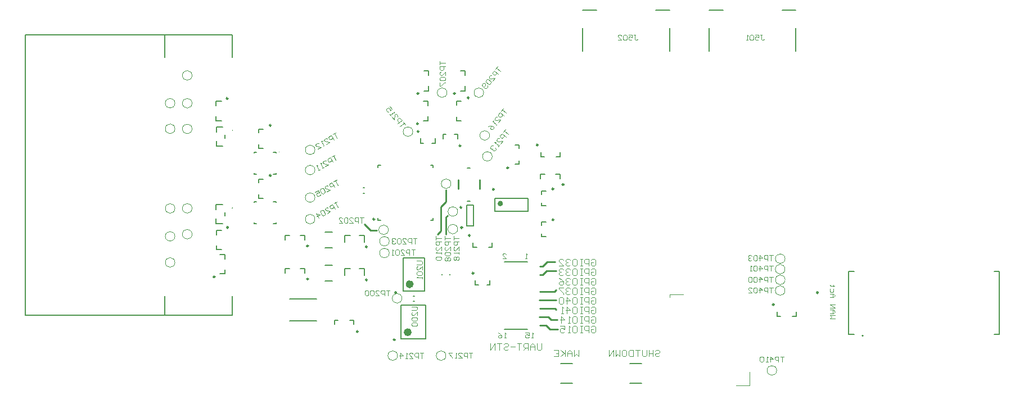
<source format=gbo>
G04*
G04 #@! TF.GenerationSoftware,Altium Limited,Altium NEXUS,2.0.15 (191)*
G04*
G04 Layer_Color=32896*
%FSLAX25Y25*%
%MOIN*%
G70*
G01*
G75*
%ADD60C,0.01000*%
%ADD62C,0.00787*%
%ADD64C,0.00984*%
%ADD100C,0.00850*%
%ADD134C,0.00315*%
%ADD136C,0.00394*%
%ADD229C,0.02362*%
%ADD230C,0.01575*%
G36*
X410505Y26154D02*
D01*
D02*
G37*
D60*
X235266Y48823D02*
X235854Y48236D01*
X226100Y48823D02*
X235266D01*
X235700Y36436D02*
X236700D01*
X232800Y42136D02*
X236500D01*
X232200Y36436D02*
X235700D01*
X230600Y76536D02*
X235300D01*
X229812Y38823D02*
X232200Y36436D01*
X226200Y38823D02*
X229812D01*
X231112Y43823D02*
X232800Y42136D01*
X225800Y43823D02*
X231112D01*
X225800Y53836D02*
X235800D01*
X234888Y58823D02*
X235800Y59736D01*
X226100Y58823D02*
X234888D01*
X230100Y71136D02*
X235700D01*
X227900Y68936D02*
X230100Y71136D01*
X226000Y68936D02*
X227900D01*
X227700Y73636D02*
X230600Y76536D01*
X226000Y73636D02*
X227700D01*
X190411Y119713D02*
Y125012D01*
X177813Y119713D02*
Y125012D01*
D62*
X44047Y154576D02*
G03*
X44047Y154576I-79J0D01*
G01*
X417899Y32654D02*
G03*
X417899Y32654I-394J0D01*
G01*
X43885Y108463D02*
G03*
X43885Y108463I-79J0D01*
G01*
X211424Y134447D02*
X213983D01*
Y136613D01*
X211424Y145865D02*
X213983D01*
Y143699D02*
Y145865D01*
X205307Y36323D02*
X218693D01*
X205307Y76323D02*
X218693D01*
X195803Y85293D02*
X197968D01*
Y87852D01*
X186551Y85293D02*
X188717D01*
X186551D02*
Y87852D01*
X143909Y50875D02*
X158634D01*
Y30796D02*
Y50875D01*
X143909Y30796D02*
Y50875D01*
Y30796D02*
X158634D01*
X226512Y128527D02*
X229264D01*
X226512Y125771D02*
Y128527D01*
X235571D02*
X238323D01*
Y125771D02*
Y128527D01*
X75094Y72539D02*
X77846D01*
X75094Y69784D02*
Y72539D01*
X84154D02*
X86906D01*
Y69784D02*
Y72539D01*
X75094Y92154D02*
X77846D01*
X75094Y89398D02*
Y92154D01*
X84154D02*
X86905D01*
Y89398D02*
Y92154D01*
X375960Y44260D02*
X378125D01*
Y46819D01*
X366708Y44260D02*
X368873D01*
X366708D02*
Y46819D01*
X59480Y143875D02*
Y146040D01*
Y143875D02*
X62039D01*
X59480Y153127D02*
Y155292D01*
X62039D01*
X235961Y138935D02*
X238126D01*
Y141493D01*
X226709Y138935D02*
X228874D01*
X226709D02*
Y141493D01*
X59480Y114146D02*
Y116311D01*
Y114146D02*
X62040D01*
X59480Y123397D02*
Y125563D01*
X62040D01*
X176815Y160230D02*
Y162395D01*
Y160230D02*
X179374D01*
X176815Y169482D02*
Y171647D01*
X179374D01*
X104380Y41957D02*
X106545D01*
X104380Y39398D02*
Y41957D01*
X113632D02*
X115797D01*
Y39398D02*
Y41957D01*
X162268Y146906D02*
X164040D01*
Y149662D01*
X155379Y146906D02*
X157150D01*
X155379D02*
Y149662D01*
X168732Y152268D02*
X170503D01*
X168732Y149512D02*
Y152268D01*
X175622D02*
X177393D01*
Y149512D02*
Y152268D01*
X194819Y62874D02*
X196591D01*
Y65630D01*
X187929Y62874D02*
X189701D01*
X187929D02*
Y65630D01*
X227082Y91403D02*
Y93175D01*
Y91403D02*
X229838D01*
X227082Y98293D02*
Y100065D01*
X229838D01*
X227007Y109686D02*
Y111458D01*
Y109686D02*
X229762D01*
X227007Y116576D02*
Y118348D01*
X229762D01*
X98835Y74508D02*
X103165D01*
X98835Y65059D02*
X103165D01*
X98835Y94123D02*
X103165D01*
X98835Y84674D02*
X103165D01*
X122310Y68602D02*
Y72539D01*
X119062D02*
X122310D01*
X110499Y68602D02*
Y72539D01*
X113747D01*
X122310Y88217D02*
Y92154D01*
X119062D02*
X122310D01*
X110499Y88217D02*
Y92154D01*
X113747D01*
X181756Y186989D02*
Y189741D01*
X179000D02*
X181756D01*
Y177930D02*
Y180682D01*
X179000Y177930D02*
X181756D01*
X43848Y44757D02*
Y56072D01*
X3848Y44757D02*
X43848D01*
X3848D02*
Y56072D01*
X43848Y197804D02*
Y211257D01*
X3848D02*
X43848D01*
X3848Y197804D02*
Y211257D01*
X-78987Y44757D02*
X43848D01*
X-78987Y211257D02*
X43848D01*
X-78987Y44757D02*
Y211257D01*
X34441Y145127D02*
Y148080D01*
X39559Y149851D02*
Y151820D01*
X34441Y145127D02*
X38197D01*
X34441Y156544D02*
X38197D01*
X34441Y153592D02*
Y156544D01*
X409314Y33389D02*
X412505D01*
X409314D02*
Y70641D01*
X412505D01*
X495505Y33389D02*
X498534D01*
Y70654D01*
X495505D02*
X498521D01*
X56764Y128613D02*
X58299D01*
X68221D02*
X69756D01*
X56764Y141606D02*
X58299D01*
X68221D02*
X69756D01*
X56764Y128613D02*
Y129106D01*
Y141113D02*
Y141606D01*
X69756Y128613D02*
Y129106D01*
Y141113D02*
Y141606D01*
X145079Y78937D02*
X157677D01*
X145079Y59252D02*
X157677D01*
Y78937D01*
X145079Y59252D02*
Y78937D01*
X199564Y114204D02*
X219249D01*
X199564Y106330D02*
X219249D01*
X199564D02*
Y114204D01*
X219249Y106330D02*
Y114204D01*
X77921Y54311D02*
X93669D01*
X77921Y41516D02*
X93669D01*
X168110Y68898D02*
Y69291D01*
X172835Y68898D02*
Y69291D01*
X130315Y101181D02*
Y102559D01*
Y101181D02*
X131693D01*
X161614D02*
X162992D01*
Y102559D01*
Y132480D02*
Y133858D01*
X161614D02*
X162992D01*
X130315Y132480D02*
Y133858D01*
X131693D01*
X34294Y160190D02*
Y162789D01*
Y160190D02*
X37503D01*
X34294Y169088D02*
Y171686D01*
X37503D01*
X34279Y107479D02*
Y110432D01*
X38035D01*
X34279Y99014D02*
X38035D01*
X39397Y103739D02*
Y105707D01*
X34279Y99014D02*
Y101967D01*
X157331Y177930D02*
X160087D01*
Y180682D01*
X157331Y189741D02*
X160087D01*
Y186989D02*
Y189741D01*
X279457Y16086D02*
X286543D01*
X279457Y4472D02*
X286543D01*
X251467Y225891D02*
X259735D01*
X294774D02*
X303042D01*
X251467Y201481D02*
Y215261D01*
X303042Y201481D02*
Y215261D01*
X151303Y56208D02*
X151697D01*
X151303Y53058D02*
X151697D01*
X121654Y120374D02*
X122047D01*
X121654Y117224D02*
X122047D01*
X39559Y78214D02*
Y80812D01*
X36351D02*
X39559D01*
Y69316D02*
Y71915D01*
X36351Y69316D02*
X39559D01*
X34436Y83660D02*
Y86259D01*
Y83660D02*
X37645D01*
X34436Y92558D02*
Y95156D01*
X37645D01*
X157142Y160033D02*
X159898D01*
Y162785D01*
X157142Y171844D02*
X159898D01*
Y169092D02*
Y171844D01*
X238512Y4472D02*
X245598D01*
X238512Y16086D02*
X245598D01*
X182874Y97770D02*
X186811D01*
X182874Y109975D02*
X186811D01*
X182874Y97770D02*
Y109975D01*
X186811Y97770D02*
Y109975D01*
X56725Y99185D02*
X58260D01*
X68181D02*
X69717D01*
X56725Y112177D02*
X58260D01*
X68181D02*
X69717D01*
X56725Y99185D02*
Y99677D01*
Y111685D02*
Y112177D01*
X69717Y99185D02*
Y99677D01*
Y111685D02*
Y112177D01*
X183325Y132205D02*
X184899D01*
X183325Y112520D02*
X184899D01*
X326413Y225890D02*
X334680D01*
X369720D02*
X377987D01*
X326413Y201480D02*
Y215260D01*
X377987Y201480D02*
Y215260D01*
D64*
X207585Y132282D02*
G03*
X207585Y132282I-492J0D01*
G01*
X184878Y92183D02*
G03*
X184878Y92183I-492J0D01*
G01*
X140346Y30284D02*
G03*
X140346Y30284I-492J0D01*
G01*
X240394Y122287D02*
G03*
X240394Y122287I-492J0D01*
G01*
X88976Y66299D02*
G03*
X88976Y66299I-492J0D01*
G01*
X88976Y85914D02*
G03*
X88976Y85914I-492J0D01*
G01*
X365035Y51150D02*
G03*
X365035Y51150I-492J0D01*
G01*
X66862Y157457D02*
G03*
X66862Y157457I-492J0D01*
G01*
X225036Y145824D02*
G03*
X225036Y145824I-492J0D01*
G01*
X66862Y127728D02*
G03*
X66862Y127728I-492J0D01*
G01*
X184197Y173813D02*
G03*
X184197Y173813I-492J0D01*
G01*
X118455Y35067D02*
G03*
X118455Y35067I-492J0D01*
G01*
X154493Y153796D02*
G03*
X154493Y153796I-492J0D01*
G01*
X179263Y145378D02*
G03*
X179263Y145378I-492J0D01*
G01*
X187043Y69764D02*
G03*
X187043Y69764I-492J0D01*
G01*
X234464Y101443D02*
G03*
X234464Y101443I-492J0D01*
G01*
X234388Y119726D02*
G03*
X234388Y119726I-492J0D01*
G01*
X123885Y65787D02*
G03*
X123885Y65787I-492J0D01*
G01*
X123885Y85402D02*
G03*
X123885Y85402I-492J0D01*
G01*
X176008Y176351D02*
G03*
X176008Y176351I-492J0D01*
G01*
X141142Y58248D02*
G03*
X141142Y58248I-492J0D01*
G01*
X199052Y119519D02*
G03*
X199052Y119519I-492J0D01*
G01*
X128248Y101772D02*
G03*
X128248Y101772I-492J0D01*
G01*
X41282Y173419D02*
G03*
X41282Y173419I-492J0D01*
G01*
X391126Y58245D02*
G03*
X391126Y58245I-492J0D01*
G01*
X154339Y176351D02*
G03*
X154339Y176351I-492J0D01*
G01*
X33555Y67584D02*
G03*
X33555Y67584I-492J0D01*
G01*
X41424Y96889D02*
G03*
X41424Y96889I-492J0D01*
G01*
X154150Y158454D02*
G03*
X154150Y158454I-492J0D01*
G01*
X180315Y96884D02*
G03*
X180315Y96884I-492J0D01*
G01*
X179880Y108780D02*
G03*
X179880Y108780I-492J0D01*
G01*
D100*
X125800Y95236D02*
X129600D01*
X122300Y98736D02*
X125800Y95236D01*
X165500Y92936D02*
X167396Y94832D01*
Y109232D01*
X170400Y112235D01*
Y119035D01*
X170600Y103035D02*
X171500Y103936D01*
X170600Y92836D02*
Y103035D01*
D134*
X20005Y187036D02*
G03*
X20005Y187036I-2854J0D01*
G01*
Y170578D02*
G03*
X20005Y170578I-2854J0D01*
G01*
Y155335D02*
G03*
X20005Y155335I-2854J0D01*
G01*
Y108207D02*
G03*
X20005Y108207I-2854J0D01*
G01*
Y92836D02*
G03*
X20005Y92836I-2854J0D01*
G01*
X9854Y170578D02*
G03*
X9854Y170578I-2854J0D01*
G01*
Y108170D02*
G03*
X9854Y108170I-2854J0D01*
G01*
Y91607D02*
G03*
X9854Y91607I-2854J0D01*
G01*
Y76090D02*
G03*
X9854Y76090I-2854J0D01*
G01*
X144390Y54817D02*
G03*
X144390Y54817I-2854J0D01*
G01*
X136894Y81689D02*
G03*
X136894Y81689I-2854J0D01*
G01*
X136383Y95472D02*
G03*
X136383Y95472I-2854J0D01*
G01*
X136894Y88687D02*
G03*
X136894Y88687I-2854J0D01*
G01*
X92854Y101823D02*
G03*
X92854Y101823I-2854J0D01*
G01*
Y114595D02*
G03*
X92854Y114595I-2854J0D01*
G01*
X171081Y176836D02*
G03*
X171081Y176836I-2854J0D01*
G01*
X177421Y106323D02*
G03*
X177421Y106323I-2854J0D01*
G01*
X192854Y176836D02*
G03*
X192854Y176836I-2854J0D01*
G01*
X173454Y122823D02*
G03*
X173454Y122823I-2854J0D01*
G01*
X92854Y130950D02*
G03*
X92854Y130950I-2854J0D01*
G01*
X92854Y142873D02*
G03*
X92854Y142873I-2854J0D01*
G01*
X197920Y139012D02*
G03*
X197920Y139012I-2854J0D01*
G01*
X141817Y20836D02*
G03*
X141817Y20836I-2854J0D01*
G01*
X150855Y153687D02*
G03*
X150855Y153687I-2854J0D01*
G01*
X196349Y151458D02*
G03*
X196349Y151458I-2854J0D01*
G01*
X170491Y20836D02*
G03*
X170491Y20836I-2854J0D01*
G01*
X177416Y95898D02*
G03*
X177416Y95898I-2854J0D01*
G01*
X371531Y65818D02*
G03*
X371531Y65818I-2854J0D01*
G01*
X371458Y72088D02*
G03*
X371458Y72088I-2854J0D01*
G01*
X371454Y59436D02*
G03*
X371454Y59436I-2854J0D01*
G01*
X371531Y78309D02*
G03*
X371531Y78309I-2854J0D01*
G01*
X366558Y12037D02*
G03*
X366558Y12037I-2854J0D01*
G01*
X9854Y155402D02*
G03*
X9854Y155402I-2854J0D01*
G01*
D136*
X71528Y141606D02*
G03*
X71528Y141606I-197J0D01*
G01*
X71488Y112177D02*
G03*
X71488Y112177I-197J0D01*
G01*
X350521Y3247D02*
Y11121D01*
X342647Y3247D02*
X350521D01*
X303277Y55412D02*
Y57184D01*
X311151D01*
X256582Y77469D02*
X257239Y78125D01*
X258550D01*
X259206Y77469D01*
Y74845D01*
X258550Y74189D01*
X257239D01*
X256582Y74845D01*
Y76157D01*
X257894D01*
X255271Y74189D02*
Y78125D01*
X253303D01*
X252647Y77469D01*
Y76157D01*
X253303Y75501D01*
X255271D01*
X251335Y78125D02*
X250023D01*
X250679D01*
Y74189D01*
X251335D01*
X250023D01*
X246087Y78125D02*
X247399D01*
X248055Y77469D01*
Y74845D01*
X247399Y74189D01*
X246087D01*
X245431Y74845D01*
Y77469D01*
X246087Y78125D01*
X244119Y77469D02*
X243463Y78125D01*
X242151D01*
X241495Y77469D01*
Y76813D01*
X242151Y76157D01*
X242807D01*
X242151D01*
X241495Y75501D01*
Y74845D01*
X242151Y74189D01*
X243463D01*
X244119Y74845D01*
X237560Y74189D02*
X240184D01*
X237560Y76813D01*
Y77469D01*
X238216Y78125D01*
X239528D01*
X240184Y77469D01*
X256582Y71801D02*
X257239Y72457D01*
X258550D01*
X259206Y71801D01*
Y69178D01*
X258550Y68521D01*
X257239D01*
X256582Y69178D01*
Y70489D01*
X257894D01*
X255271Y68521D02*
Y72457D01*
X253303D01*
X252647Y71801D01*
Y70489D01*
X253303Y69833D01*
X255271D01*
X251335Y72457D02*
X250023D01*
X250679D01*
Y68521D01*
X251335D01*
X250023D01*
X246087Y72457D02*
X247399D01*
X248055Y71801D01*
Y69178D01*
X247399Y68521D01*
X246087D01*
X245431Y69178D01*
Y71801D01*
X246087Y72457D01*
X244119Y71801D02*
X243463Y72457D01*
X242151D01*
X241495Y71801D01*
Y71145D01*
X242151Y70489D01*
X242807D01*
X242151D01*
X241495Y69833D01*
Y69178D01*
X242151Y68521D01*
X243463D01*
X244119Y69178D01*
X240184Y71801D02*
X239528Y72457D01*
X238216D01*
X237560Y71801D01*
Y71145D01*
X238216Y70489D01*
X238872D01*
X238216D01*
X237560Y69833D01*
Y69178D01*
X238216Y68521D01*
X239528D01*
X240184Y69178D01*
X256582Y66133D02*
X257239Y66790D01*
X258550D01*
X259206Y66133D01*
Y63510D01*
X258550Y62854D01*
X257239D01*
X256582Y63510D01*
Y64822D01*
X257894D01*
X255271Y62854D02*
Y66790D01*
X253303D01*
X252647Y66133D01*
Y64822D01*
X253303Y64166D01*
X255271D01*
X251335Y66790D02*
X250023D01*
X250679D01*
Y62854D01*
X251335D01*
X250023D01*
X246087Y66790D02*
X247399D01*
X248055Y66133D01*
Y63510D01*
X247399Y62854D01*
X246087D01*
X245431Y63510D01*
Y66133D01*
X246087Y66790D01*
X244119Y66133D02*
X243463Y66790D01*
X242151D01*
X241495Y66133D01*
Y65478D01*
X242151Y64822D01*
X242807D01*
X242151D01*
X241495Y64166D01*
Y63510D01*
X242151Y62854D01*
X243463D01*
X244119Y63510D01*
X237560Y66790D02*
X238872Y66133D01*
X240184Y64822D01*
Y63510D01*
X239528Y62854D01*
X238216D01*
X237560Y63510D01*
Y64166D01*
X238216Y64822D01*
X240184D01*
X256582Y60466D02*
X257239Y61122D01*
X258550D01*
X259206Y60466D01*
Y57842D01*
X258550Y57186D01*
X257239D01*
X256582Y57842D01*
Y59154D01*
X257894D01*
X255271Y57186D02*
Y61122D01*
X253303D01*
X252647Y60466D01*
Y59154D01*
X253303Y58498D01*
X255271D01*
X251335Y61122D02*
X250023D01*
X250679D01*
Y57186D01*
X251335D01*
X250023D01*
X246087Y61122D02*
X247399D01*
X248055Y60466D01*
Y57842D01*
X247399Y57186D01*
X246087D01*
X245431Y57842D01*
Y60466D01*
X246087Y61122D01*
X244119Y60466D02*
X243463Y61122D01*
X242151D01*
X241495Y60466D01*
Y59810D01*
X242151Y59154D01*
X242807D01*
X242151D01*
X241495Y58498D01*
Y57842D01*
X242151Y57186D01*
X243463D01*
X244119Y57842D01*
X240184Y61122D02*
X237560D01*
Y60466D01*
X240184Y57842D01*
Y57186D01*
X256582Y54798D02*
X257239Y55454D01*
X258550D01*
X259206Y54798D01*
Y52174D01*
X258550Y51518D01*
X257239D01*
X256582Y52174D01*
Y53486D01*
X257894D01*
X255271Y51518D02*
Y55454D01*
X253303D01*
X252647Y54798D01*
Y53486D01*
X253303Y52830D01*
X255271D01*
X251335Y55454D02*
X250023D01*
X250679D01*
Y51518D01*
X251335D01*
X250023D01*
X246087Y55454D02*
X247399D01*
X248055Y54798D01*
Y52174D01*
X247399Y51518D01*
X246087D01*
X245431Y52174D01*
Y54798D01*
X246087Y55454D01*
X242151Y51518D02*
Y55454D01*
X244119Y53486D01*
X241495D01*
X240184Y54798D02*
X239528Y55454D01*
X238216D01*
X237560Y54798D01*
Y52174D01*
X238216Y51518D01*
X239528D01*
X240184Y52174D01*
Y54798D01*
X256582Y49130D02*
X257239Y49786D01*
X258550D01*
X259206Y49130D01*
Y46506D01*
X258550Y45850D01*
X257239D01*
X256582Y46506D01*
Y47818D01*
X257894D01*
X255271Y45850D02*
Y49786D01*
X253303D01*
X252647Y49130D01*
Y47818D01*
X253303Y47162D01*
X255271D01*
X251335Y49786D02*
X250023D01*
X250679D01*
Y45850D01*
X251335D01*
X250023D01*
X246087Y49786D02*
X247399D01*
X248055Y49130D01*
Y46506D01*
X247399Y45850D01*
X246087D01*
X245431Y46506D01*
Y49130D01*
X246087Y49786D01*
X242151Y45850D02*
Y49786D01*
X244119Y47818D01*
X241495D01*
X240184Y45850D02*
X238872D01*
X239528D01*
Y49786D01*
X240184Y49130D01*
X256582Y43462D02*
X257239Y44118D01*
X258550D01*
X259206Y43462D01*
Y40839D01*
X258550Y40183D01*
X257239D01*
X256582Y40839D01*
Y42151D01*
X257894D01*
X255271Y40183D02*
Y44118D01*
X253303D01*
X252647Y43462D01*
Y42151D01*
X253303Y41495D01*
X255271D01*
X251335Y44118D02*
X250023D01*
X250679D01*
Y40183D01*
X251335D01*
X250023D01*
X246087Y44118D02*
X247399D01*
X248055Y43462D01*
Y40839D01*
X247399Y40183D01*
X246087D01*
X245431Y40839D01*
Y43462D01*
X246087Y44118D01*
X244119Y40183D02*
X242807D01*
X243463D01*
Y44118D01*
X244119Y43462D01*
X238872Y40183D02*
Y44118D01*
X240840Y42151D01*
X238216D01*
X256582Y37795D02*
X257239Y38451D01*
X258550D01*
X259206Y37795D01*
Y35171D01*
X258550Y34515D01*
X257239D01*
X256582Y35171D01*
Y36483D01*
X257894D01*
X255271Y34515D02*
Y38451D01*
X253303D01*
X252647Y37795D01*
Y36483D01*
X253303Y35827D01*
X255271D01*
X251335Y38451D02*
X250023D01*
X250679D01*
Y34515D01*
X251335D01*
X250023D01*
X246087Y38451D02*
X247399D01*
X248055Y37795D01*
Y35171D01*
X247399Y34515D01*
X246087D01*
X245431Y35171D01*
Y37795D01*
X246087Y38451D01*
X244119Y34515D02*
X242807D01*
X243463D01*
Y38451D01*
X244119Y37795D01*
X238216Y38451D02*
X240840D01*
Y36483D01*
X239528Y37139D01*
X238872D01*
X238216Y36483D01*
Y35171D01*
X238872Y34515D01*
X240184D01*
X240840Y35171D01*
X227106Y28134D02*
Y24855D01*
X226450Y24199D01*
X225138D01*
X224482Y24855D01*
Y28134D01*
X223171Y24199D02*
Y26822D01*
X221859Y28134D01*
X220547Y26822D01*
Y24199D01*
Y26166D01*
X223171D01*
X219235Y24199D02*
Y28134D01*
X217267D01*
X216611Y27478D01*
Y26166D01*
X217267Y25510D01*
X219235D01*
X217923D02*
X216611Y24199D01*
X215299Y28134D02*
X212675D01*
X213987D01*
Y24199D01*
X211363Y26166D02*
X208740D01*
X204804Y27478D02*
X205460Y28134D01*
X206772D01*
X207428Y27478D01*
Y26822D01*
X206772Y26166D01*
X205460D01*
X204804Y25510D01*
Y24855D01*
X205460Y24199D01*
X206772D01*
X207428Y24855D01*
X203492Y28134D02*
X200868D01*
X202180D01*
Y24199D01*
X199556D02*
Y28134D01*
X196932Y24199D01*
Y28134D01*
X401242Y42765D02*
X398094D01*
X399143Y43815D01*
X398094Y44864D01*
X401242D01*
X398094Y45914D02*
X400193D01*
X401242Y46963D01*
X400193Y48013D01*
X398094D01*
X399668D01*
Y45914D01*
X398094Y49062D02*
X401242D01*
X398094Y51161D01*
X401242D01*
X398094Y55359D02*
X400193D01*
X401242Y56409D01*
X400193Y57458D01*
X398094D01*
X399668D01*
Y55359D01*
X400193Y60607D02*
Y59033D01*
X399668Y58508D01*
X398619D01*
X398094Y59033D01*
Y60607D01*
X400718Y62181D02*
X400193D01*
Y61657D01*
Y62706D01*
Y62181D01*
X398619D01*
X398094Y62706D01*
X206095Y31336D02*
X205045D01*
X205570D01*
Y34484D01*
X206095Y33959D01*
X201372Y34484D02*
X202421Y33959D01*
X203471Y32910D01*
Y31860D01*
X202946Y31336D01*
X201896D01*
X201372Y31860D01*
Y32385D01*
X201896Y32910D01*
X203471D01*
X222300Y31336D02*
X221251D01*
X221775D01*
Y34484D01*
X222300Y33959D01*
X217577Y34484D02*
X219676D01*
Y32910D01*
X218627Y33435D01*
X218102D01*
X217577Y32910D01*
Y31860D01*
X218102Y31336D01*
X219151D01*
X219676Y31860D01*
X203995Y78336D02*
X206095D01*
X203995Y80435D01*
Y80959D01*
X204520Y81484D01*
X205570D01*
X206095Y80959D01*
X218627Y78336D02*
X217577D01*
X218102D01*
Y81484D01*
X218627Y80959D01*
X249016Y24263D02*
Y20328D01*
X247704Y21640D01*
X246392Y20328D01*
Y24263D01*
X245080Y20328D02*
Y22951D01*
X243768Y24263D01*
X242456Y22951D01*
Y20328D01*
Y22296D01*
X245080D01*
X241144Y24263D02*
Y20328D01*
Y21640D01*
X238521Y24263D01*
X240488Y22296D01*
X238521Y20328D01*
X234585Y24263D02*
X237209D01*
Y20328D01*
X234585D01*
X237209Y22296D02*
X235897D01*
X294620Y23607D02*
X295276Y24263D01*
X296588D01*
X297244Y23607D01*
Y22951D01*
X296588Y22296D01*
X295276D01*
X294620Y21640D01*
Y20983D01*
X295276Y20328D01*
X296588D01*
X297244Y20983D01*
X293308Y24263D02*
Y20328D01*
Y22296D01*
X290685D01*
Y24263D01*
Y20328D01*
X289373Y24263D02*
Y20983D01*
X288717Y20328D01*
X287405D01*
X286749Y20983D01*
Y24263D01*
X285437D02*
X282813D01*
X284125D01*
Y20328D01*
X281501Y24263D02*
Y20328D01*
X279533D01*
X278877Y20983D01*
Y23607D01*
X279533Y24263D01*
X281501D01*
X275598D02*
X276909D01*
X277565Y23607D01*
Y20983D01*
X276909Y20328D01*
X275598D01*
X274942Y20983D01*
Y23607D01*
X275598Y24263D01*
X273630D02*
Y20328D01*
X272318Y21640D01*
X271006Y20328D01*
Y24263D01*
X269694Y20328D02*
Y24263D01*
X267070Y20328D01*
Y24263D01*
X281901Y211149D02*
X282950D01*
X282426D01*
Y208525D01*
X282950Y208000D01*
X283475D01*
X284000Y208525D01*
X278752Y211149D02*
X280851D01*
Y209574D01*
X279802Y210099D01*
X279277D01*
X278752Y209574D01*
Y208525D01*
X279277Y208000D01*
X280327D01*
X280851Y208525D01*
X277703Y210624D02*
X277178Y211149D01*
X276129D01*
X275604Y210624D01*
Y208525D01*
X276129Y208000D01*
X277178D01*
X277703Y208525D01*
Y210624D01*
X272455Y208000D02*
X274554D01*
X272455Y210099D01*
Y210624D01*
X272980Y211149D01*
X274029D01*
X274554Y210624D01*
X356901Y211149D02*
X357950D01*
X357426D01*
Y208525D01*
X357950Y208000D01*
X358475D01*
X359000Y208525D01*
X353752Y211149D02*
X355851D01*
Y209574D01*
X354802Y210099D01*
X354277D01*
X353752Y209574D01*
Y208525D01*
X354277Y208000D01*
X355327D01*
X355851Y208525D01*
X352703Y210624D02*
X352178Y211149D01*
X351129D01*
X350604Y210624D01*
Y208525D01*
X351129Y208000D01*
X352178D01*
X352703Y208525D01*
Y210624D01*
X349554Y208000D02*
X348505D01*
X349029D01*
Y211149D01*
X349554Y210624D01*
X153203Y77000D02*
X155827D01*
X156352Y76475D01*
Y75426D01*
X155827Y74901D01*
X153203D01*
X156352Y71752D02*
Y73851D01*
X154253Y71752D01*
X153728D01*
X153203Y72277D01*
Y73327D01*
X153728Y73851D01*
Y70703D02*
X153203Y70178D01*
Y69129D01*
X153728Y68604D01*
X155827D01*
X156352Y69129D01*
Y70178D01*
X155827Y70703D01*
X153728D01*
X156352Y67554D02*
Y66505D01*
Y67030D01*
X153203D01*
X153728Y67554D01*
X150278Y49919D02*
X152902D01*
X153427Y49394D01*
Y48345D01*
X152902Y47820D01*
X150278D01*
X153427Y44671D02*
Y46770D01*
X151328Y44671D01*
X150803D01*
X150278Y45196D01*
Y46246D01*
X150803Y46770D01*
Y43622D02*
X150278Y43097D01*
Y42048D01*
X150803Y41523D01*
X152902D01*
X153427Y42048D01*
Y43097D01*
X152902Y43622D01*
X150803D01*
Y40473D02*
X150278Y39948D01*
Y38899D01*
X150803Y38374D01*
X152902D01*
X153427Y38899D01*
Y39948D01*
X152902Y40473D01*
X150803D01*
X370800Y20284D02*
X368701D01*
X369750D01*
Y17136D01*
X367651D02*
Y20284D01*
X366077D01*
X365552Y19759D01*
Y18710D01*
X366077Y18185D01*
X367651D01*
X362929Y17136D02*
Y20284D01*
X364503Y18710D01*
X362404D01*
X361354Y17136D02*
X360305D01*
X360829D01*
Y20284D01*
X361354Y19759D01*
X358730D02*
X358206Y20284D01*
X357156D01*
X356631Y19759D01*
Y17660D01*
X357156Y17136D01*
X358206D01*
X358730Y17660D01*
Y19759D01*
X364371Y80348D02*
X362272D01*
X363322D01*
Y77199D01*
X361223D02*
Y80348D01*
X359648D01*
X359123Y79823D01*
Y78774D01*
X359648Y78249D01*
X361223D01*
X356500Y77199D02*
Y80348D01*
X358074Y78774D01*
X355975D01*
X354925Y79823D02*
X354401Y80348D01*
X353351D01*
X352826Y79823D01*
Y77724D01*
X353351Y77199D01*
X354401D01*
X354925Y77724D01*
Y79823D01*
X351777D02*
X351252Y80348D01*
X350202D01*
X349678Y79823D01*
Y79299D01*
X350202Y78774D01*
X350727D01*
X350202D01*
X349678Y78249D01*
Y77724D01*
X350202Y77199D01*
X351252D01*
X351777Y77724D01*
X364371Y61284D02*
X362272D01*
X363322D01*
Y58136D01*
X361223D02*
Y61284D01*
X359648D01*
X359123Y60759D01*
Y59710D01*
X359648Y59185D01*
X361223D01*
X356500Y58136D02*
Y61284D01*
X358074Y59710D01*
X355975D01*
X354925Y60759D02*
X354401Y61284D01*
X353351D01*
X352826Y60759D01*
Y58660D01*
X353351Y58136D01*
X354401D01*
X354925Y58660D01*
Y60759D01*
X349678Y58136D02*
X351777D01*
X349678Y60235D01*
Y60759D01*
X350202Y61284D01*
X351252D01*
X351777Y60759D01*
X364371Y74184D02*
X362272D01*
X363322D01*
Y71036D01*
X361223D02*
Y74184D01*
X359648D01*
X359123Y73659D01*
Y72610D01*
X359648Y72085D01*
X361223D01*
X356500Y71036D02*
Y74184D01*
X358074Y72610D01*
X355975D01*
X354925Y73659D02*
X354401Y74184D01*
X353351D01*
X352826Y73659D01*
Y71560D01*
X353351Y71036D01*
X354401D01*
X354925Y71560D01*
Y73659D01*
X351777Y71036D02*
X350727D01*
X351252D01*
Y74184D01*
X351777Y73659D01*
X364371Y67584D02*
X362272D01*
X363322D01*
Y64436D01*
X361223D02*
Y67584D01*
X359648D01*
X359123Y67059D01*
Y66010D01*
X359648Y65485D01*
X361223D01*
X356500Y64436D02*
Y67584D01*
X358074Y66010D01*
X355975D01*
X354925Y67059D02*
X354401Y67584D01*
X353351D01*
X352826Y67059D01*
Y64960D01*
X353351Y64436D01*
X354401D01*
X354925Y64960D01*
Y67059D01*
X351777D02*
X351252Y67584D01*
X350202D01*
X349678Y67059D01*
Y64960D01*
X350202Y64436D01*
X351252D01*
X351777Y64960D01*
Y67059D01*
X175051Y91660D02*
Y89561D01*
Y90611D01*
X178200D01*
Y88512D02*
X175051D01*
Y86937D01*
X175576Y86413D01*
X176626D01*
X177150Y86937D01*
Y88512D01*
X178200Y83264D02*
Y85363D01*
X176101Y83264D01*
X175576D01*
X175051Y83789D01*
Y84838D01*
X175576Y85363D01*
X178200Y82214D02*
Y81165D01*
Y81690D01*
X175051D01*
X175576Y82214D01*
Y79591D02*
X175051Y79066D01*
Y78016D01*
X175576Y77492D01*
X176101D01*
X176626Y78016D01*
X177150Y77492D01*
X177675D01*
X178200Y78016D01*
Y79066D01*
X177675Y79591D01*
X177150D01*
X176626Y79066D01*
X176101Y79591D01*
X175576D01*
X176626Y79066D02*
Y78016D01*
X186300Y22584D02*
X184201D01*
X185250D01*
Y19436D01*
X183151D02*
Y22584D01*
X181577D01*
X181052Y22060D01*
Y21010D01*
X181577Y20485D01*
X183151D01*
X177904Y19436D02*
X180003D01*
X177904Y21535D01*
Y22060D01*
X178428Y22584D01*
X179478D01*
X180003Y22060D01*
X176854Y19436D02*
X175805D01*
X176330D01*
Y22584D01*
X176854Y22060D01*
X174230Y22584D02*
X172131D01*
Y22060D01*
X174230Y19961D01*
Y19436D01*
X204444Y167545D02*
X203094Y165937D01*
X203769Y166741D01*
X206181Y164718D01*
X204832Y163110D02*
X202420Y165133D01*
X201408Y163927D01*
X201472Y163188D01*
X202276Y162514D01*
X203016Y162578D01*
X204028Y163784D01*
X201459Y159090D02*
X202808Y160698D01*
X199851Y160439D01*
X199449Y160776D01*
X199384Y161515D01*
X200059Y162320D01*
X200798Y162384D01*
X200784Y158286D02*
X200109Y157482D01*
X200447Y157884D01*
X198035Y159907D01*
X198774Y159972D01*
X195336Y156692D02*
X196413Y157158D01*
X197891Y157288D01*
X198695Y156613D01*
X198760Y155874D01*
X198085Y155070D01*
X197346Y155005D01*
X196944Y155342D01*
X196879Y156082D01*
X197891Y157288D01*
X146362Y157959D02*
X145013Y159567D01*
X145688Y158763D01*
X143276Y156739D01*
X141927Y158347D02*
X144339Y160371D01*
X143327Y161577D01*
X142587Y161642D01*
X141783Y160967D01*
X141719Y160228D01*
X142731Y159022D01*
X138554Y162367D02*
X139903Y160759D01*
X140161Y163717D01*
X140563Y164054D01*
X141303Y163989D01*
X141977Y163185D01*
X141913Y162446D01*
X137879Y163171D02*
X137204Y163975D01*
X137541Y163573D01*
X139953Y165597D01*
X139889Y164858D01*
X137255Y168813D02*
X138604Y167205D01*
X137398Y166193D01*
X137126Y167335D01*
X136788Y167737D01*
X136049Y167801D01*
X135245Y167127D01*
X135180Y166387D01*
X135855Y165583D01*
X136594Y165519D01*
X157150Y22384D02*
X155051D01*
X156101D01*
Y19236D01*
X154002D02*
Y22384D01*
X152427D01*
X151903Y21859D01*
Y20810D01*
X152427Y20285D01*
X154002D01*
X148754Y19236D02*
X150853D01*
X148754Y21335D01*
Y21859D01*
X149279Y22384D01*
X150328D01*
X150853Y21859D01*
X147705Y19236D02*
X146655D01*
X147180D01*
Y22384D01*
X147705Y21859D01*
X143507Y19236D02*
Y22384D01*
X145081Y20810D01*
X142982D01*
X205688Y154970D02*
X204339Y153362D01*
X205013Y154166D01*
X207425Y152142D01*
X206076Y150534D02*
X203664Y152558D01*
X202652Y151352D01*
X202717Y150613D01*
X203521Y149938D01*
X204260Y150003D01*
X205272Y151209D01*
X202703Y146514D02*
X204052Y148123D01*
X201095Y147864D01*
X200693Y148201D01*
X200628Y148940D01*
X201303Y149744D01*
X202042Y149809D01*
X202028Y145711D02*
X201354Y144906D01*
X201691Y145308D01*
X199279Y147332D01*
X200018Y147397D01*
X198332Y145387D02*
X197593Y145322D01*
X196918Y144518D01*
X196983Y143779D01*
X197385Y143442D01*
X198124Y143507D01*
X198461Y143909D01*
X198124Y143507D01*
X198189Y142767D01*
X198591Y142430D01*
X199330Y142494D01*
X200005Y143298D01*
X199940Y144038D01*
X105259Y153193D02*
X103441Y152144D01*
X104350Y152669D01*
X105924Y149942D01*
X104107Y148892D02*
X102532Y151619D01*
X101169Y150832D01*
X100977Y150115D01*
X101502Y149206D01*
X102218Y149014D01*
X103582Y149801D01*
X99562Y146269D02*
X101380Y147318D01*
X98512Y148086D01*
X98250Y148541D01*
X98442Y149258D01*
X99351Y149783D01*
X100068Y149590D01*
X98653Y145744D02*
X97744Y145219D01*
X98199Y145482D01*
X96624Y148208D01*
X97341Y148016D01*
X94563Y143382D02*
X96381Y144432D01*
X93513Y145200D01*
X93251Y145655D01*
X93443Y146371D01*
X94352Y146896D01*
X95069Y146704D01*
X104649Y139953D02*
X102831Y138903D01*
X103740Y139428D01*
X105315Y136701D01*
X103497Y135652D02*
X101923Y138379D01*
X100559Y137592D01*
X100367Y136875D01*
X100892Y135966D01*
X101609Y135774D01*
X102972Y136561D01*
X98952Y133028D02*
X100770Y134078D01*
X97903Y134846D01*
X97640Y135300D01*
X97832Y136017D01*
X98741Y136542D01*
X99458Y136350D01*
X98043Y132503D02*
X97134Y131978D01*
X97589Y132241D01*
X96015Y134968D01*
X96731Y134776D01*
X95771Y131191D02*
X94862Y130667D01*
X95317Y130929D01*
X93742Y133656D01*
X94459Y133464D01*
X164551Y91636D02*
Y89536D01*
Y90586D01*
X167700D01*
Y88487D02*
X164551D01*
Y86913D01*
X165076Y86388D01*
X166126D01*
X166650Y86913D01*
Y88487D01*
X167700Y83239D02*
Y85338D01*
X165601Y83239D01*
X165076D01*
X164551Y83764D01*
Y84814D01*
X165076Y85338D01*
X167700Y82190D02*
Y81140D01*
Y81665D01*
X164551D01*
X165076Y82190D01*
Y79566D02*
X164551Y79041D01*
Y77992D01*
X165076Y77467D01*
X167175D01*
X167700Y77992D01*
Y79041D01*
X167175Y79566D01*
X165076D01*
X201088Y192359D02*
X199739Y190751D01*
X200413Y191555D01*
X202825Y189532D01*
X201476Y187924D02*
X199064Y189947D01*
X198052Y188742D01*
X198117Y188002D01*
X198921Y187328D01*
X199660Y187392D01*
X200672Y188598D01*
X198103Y183904D02*
X199452Y185512D01*
X196495Y185253D01*
X196093Y185590D01*
X196028Y186329D01*
X196703Y187134D01*
X197442Y187198D01*
X195418Y184786D02*
X194679Y184722D01*
X194004Y183918D01*
X194069Y183178D01*
X195677Y181829D01*
X196416Y181894D01*
X197091Y182698D01*
X197026Y183437D01*
X195418Y184786D01*
X195002Y181025D02*
X195067Y180286D01*
X194393Y179482D01*
X193653Y179417D01*
X192045Y180766D01*
X191981Y181506D01*
X192655Y182310D01*
X193395Y182374D01*
X193797Y182037D01*
X193861Y181298D01*
X192849Y180092D01*
X169851Y91660D02*
Y89561D01*
Y90611D01*
X173000D01*
Y88512D02*
X169851D01*
Y86937D01*
X170376Y86413D01*
X171426D01*
X171950Y86937D01*
Y88512D01*
X173000Y83264D02*
Y85363D01*
X170901Y83264D01*
X170376D01*
X169851Y83789D01*
Y84838D01*
X170376Y85363D01*
Y82214D02*
X169851Y81690D01*
Y80640D01*
X170376Y80115D01*
X172475D01*
X173000Y80640D01*
Y81690D01*
X172475Y82214D01*
X170376D01*
Y79066D02*
X169851Y78541D01*
Y77492D01*
X170376Y76967D01*
X170901D01*
X171426Y77492D01*
X171950Y76967D01*
X172475D01*
X173000Y77492D01*
Y78541D01*
X172475Y79066D01*
X171950D01*
X171426Y78541D01*
X170901Y79066D01*
X170376D01*
X171426Y78541D02*
Y77492D01*
X166951Y195536D02*
Y193437D01*
Y194486D01*
X170100D01*
Y192387D02*
X166951D01*
Y190813D01*
X167476Y190288D01*
X168526D01*
X169051Y190813D01*
Y192387D01*
X170100Y187139D02*
Y189238D01*
X168001Y187139D01*
X167476D01*
X166951Y187664D01*
Y188714D01*
X167476Y189238D01*
Y186090D02*
X166951Y185565D01*
Y184516D01*
X167476Y183991D01*
X169575D01*
X170100Y184516D01*
Y185565D01*
X169575Y186090D01*
X167476D01*
X166951Y182941D02*
Y180842D01*
X167476D01*
X169575Y182941D01*
X170100D01*
X105670Y125166D02*
X103852Y124117D01*
X104761Y124641D01*
X106335Y121915D01*
X104517Y120865D02*
X102943Y123592D01*
X101580Y122805D01*
X101388Y122088D01*
X101912Y121179D01*
X102629Y120987D01*
X103993Y121774D01*
X99973Y118241D02*
X101791Y119291D01*
X98923Y120059D01*
X98661Y120513D01*
X98853Y121230D01*
X99762Y121755D01*
X100479Y121563D01*
X97752Y119989D02*
X97035Y120181D01*
X96126Y119656D01*
X95934Y118939D01*
X96984Y117121D01*
X97701Y116929D01*
X98609Y117454D01*
X98801Y118171D01*
X97752Y119989D01*
X92945Y117819D02*
X94763Y118869D01*
X95550Y117506D01*
X94379Y117435D01*
X93924Y117173D01*
X93732Y116456D01*
X94257Y115547D01*
X94974Y115355D01*
X95883Y115880D01*
X96075Y116597D01*
X105841Y112188D02*
X104023Y111138D01*
X104932Y111663D01*
X106506Y108936D01*
X104688Y107887D02*
X103114Y110614D01*
X101750Y109826D01*
X101558Y109110D01*
X102083Y108201D01*
X102800Y108009D01*
X104163Y108796D01*
X100143Y105263D02*
X101961Y106313D01*
X99094Y107081D01*
X98831Y107535D01*
X99024Y108252D01*
X99932Y108777D01*
X100649Y108585D01*
X97923Y107010D02*
X97206Y107203D01*
X96297Y106678D01*
X96105Y105961D01*
X97154Y104143D01*
X97871Y103951D01*
X98780Y104476D01*
X98972Y105193D01*
X97923Y107010D01*
X95144Y102377D02*
X93570Y105104D01*
X95721Y104527D01*
X93903Y103478D01*
X153155Y90384D02*
X151056D01*
X152106D01*
Y87236D01*
X150007D02*
Y90384D01*
X148432D01*
X147907Y89859D01*
Y88810D01*
X148432Y88285D01*
X150007D01*
X144759Y87236D02*
X146858D01*
X144759Y89335D01*
Y89859D01*
X145284Y90384D01*
X146333D01*
X146858Y89859D01*
X143709D02*
X143185Y90384D01*
X142135D01*
X141610Y89859D01*
Y87760D01*
X142135Y87236D01*
X143185D01*
X143709Y87760D01*
Y89859D01*
X140561D02*
X140036Y90384D01*
X138987D01*
X138462Y89859D01*
Y89335D01*
X138987Y88810D01*
X139511D01*
X138987D01*
X138462Y88285D01*
Y87760D01*
X138987Y87236D01*
X140036D01*
X140561Y87760D01*
X121700Y102684D02*
X119601D01*
X120650D01*
Y99536D01*
X118551D02*
Y102684D01*
X116977D01*
X116452Y102159D01*
Y101110D01*
X116977Y100585D01*
X118551D01*
X113304Y99536D02*
X115403D01*
X113304Y101635D01*
Y102159D01*
X113829Y102684D01*
X114878D01*
X115403Y102159D01*
X112254D02*
X111730Y102684D01*
X110680D01*
X110155Y102159D01*
Y100060D01*
X110680Y99536D01*
X111730D01*
X112254Y100060D01*
Y102159D01*
X107007Y99536D02*
X109106D01*
X107007Y101635D01*
Y102159D01*
X107531Y102684D01*
X108581D01*
X109106Y102159D01*
X152106Y83746D02*
X150007D01*
X151056D01*
Y80598D01*
X148957D02*
Y83746D01*
X147383D01*
X146858Y83222D01*
Y82172D01*
X147383Y81647D01*
X148957D01*
X143709Y80598D02*
X145808D01*
X143709Y82697D01*
Y83222D01*
X144234Y83746D01*
X145284D01*
X145808Y83222D01*
X142660D02*
X142135Y83746D01*
X141086D01*
X140561Y83222D01*
Y81123D01*
X141086Y80598D01*
X142135D01*
X142660Y81123D01*
Y83222D01*
X139511Y80598D02*
X138462D01*
X138987D01*
Y83746D01*
X139511Y83222D01*
X137200Y59622D02*
X135101D01*
X136151D01*
Y56473D01*
X134051D02*
Y59622D01*
X132477D01*
X131952Y59097D01*
Y58048D01*
X132477Y57523D01*
X134051D01*
X128804Y56473D02*
X130903D01*
X128804Y58572D01*
Y59097D01*
X129329Y59622D01*
X130378D01*
X130903Y59097D01*
X127754D02*
X127229Y59622D01*
X126180D01*
X125655Y59097D01*
Y56998D01*
X126180Y56473D01*
X127229D01*
X127754Y56998D01*
Y59097D01*
X124606D02*
X124081Y59622D01*
X123031D01*
X122507Y59097D01*
Y56998D01*
X123031Y56473D01*
X124081D01*
X124606Y56998D01*
Y59097D01*
D229*
X149008Y34733D02*
G03*
X149008Y34733I-1181J0D01*
G01*
X150197Y63189D02*
G03*
X150197Y63189I-1181J0D01*
G01*
D230*
X203501Y111054D02*
G03*
X203501Y111054I-787J0D01*
G01*
M02*

</source>
